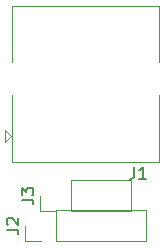
<source format=gbr>
G04 #@! TF.GenerationSoftware,KiCad,Pcbnew,5.1.5+dfsg1-2build2*
G04 #@! TF.CreationDate,2020-09-08T13:45:38-03:00*
G04 #@! TF.ProjectId,base-directo,62617365-2d64-4697-9265-63746f2e6b69,rev?*
G04 #@! TF.SameCoordinates,Original*
G04 #@! TF.FileFunction,Legend,Top*
G04 #@! TF.FilePolarity,Positive*
%FSLAX46Y46*%
G04 Gerber Fmt 4.6, Leading zero omitted, Abs format (unit mm)*
G04 Created by KiCad (PCBNEW 5.1.5+dfsg1-2build2) date 2020-09-08 13:45:38*
%MOMM*%
%LPD*%
G04 APERTURE LIST*
%ADD10C,0.120000*%
%ADD11C,0.150000*%
G04 APERTURE END LIST*
D10*
X114240000Y-101660000D02*
X114240000Y-100330000D01*
X115570000Y-101660000D02*
X114240000Y-101660000D01*
X116840000Y-101660000D02*
X116840000Y-99000000D01*
X116840000Y-99000000D02*
X121980000Y-99000000D01*
X116840000Y-101660000D02*
X121980000Y-101660000D01*
X121980000Y-101660000D02*
X121980000Y-99000000D01*
X112970000Y-104200000D02*
X112970000Y-102870000D01*
X114300000Y-104200000D02*
X112970000Y-104200000D01*
X115570000Y-104200000D02*
X115570000Y-101540000D01*
X115570000Y-101540000D02*
X123250000Y-101540000D01*
X115570000Y-104200000D02*
X123250000Y-104200000D01*
X123250000Y-104200000D02*
X123250000Y-101540000D01*
X111250000Y-95750000D02*
X111250000Y-94750000D01*
X111250000Y-95750000D02*
X111750000Y-95250000D01*
X111750000Y-95250000D02*
X111250000Y-94750000D01*
X111910000Y-89030000D02*
X111910000Y-84300000D01*
X124330000Y-89030000D02*
X124330000Y-84300000D01*
X124330000Y-97520000D02*
X111910000Y-97520000D01*
X124330000Y-84300000D02*
X111910000Y-84300000D01*
X111910000Y-97520000D02*
X111910000Y-91780000D01*
X124330000Y-97520000D02*
X124330000Y-91780000D01*
D11*
X112692380Y-100663333D02*
X113406666Y-100663333D01*
X113549523Y-100710952D01*
X113644761Y-100806190D01*
X113692380Y-100949047D01*
X113692380Y-101044285D01*
X112692380Y-100282380D02*
X112692380Y-99663333D01*
X113073333Y-99996666D01*
X113073333Y-99853809D01*
X113120952Y-99758571D01*
X113168571Y-99710952D01*
X113263809Y-99663333D01*
X113501904Y-99663333D01*
X113597142Y-99710952D01*
X113644761Y-99758571D01*
X113692380Y-99853809D01*
X113692380Y-100139523D01*
X113644761Y-100234761D01*
X113597142Y-100282380D01*
X111422380Y-103203333D02*
X112136666Y-103203333D01*
X112279523Y-103250952D01*
X112374761Y-103346190D01*
X112422380Y-103489047D01*
X112422380Y-103584285D01*
X111517619Y-102774761D02*
X111470000Y-102727142D01*
X111422380Y-102631904D01*
X111422380Y-102393809D01*
X111470000Y-102298571D01*
X111517619Y-102250952D01*
X111612857Y-102203333D01*
X111708095Y-102203333D01*
X111850952Y-102250952D01*
X112422380Y-102822380D01*
X112422380Y-102203333D01*
X122221666Y-97877380D02*
X122221666Y-98591666D01*
X122174047Y-98734523D01*
X122078809Y-98829761D01*
X121935952Y-98877380D01*
X121840714Y-98877380D01*
X123221666Y-98877380D02*
X122650238Y-98877380D01*
X122935952Y-98877380D02*
X122935952Y-97877380D01*
X122840714Y-98020238D01*
X122745476Y-98115476D01*
X122650238Y-98163095D01*
M02*

</source>
